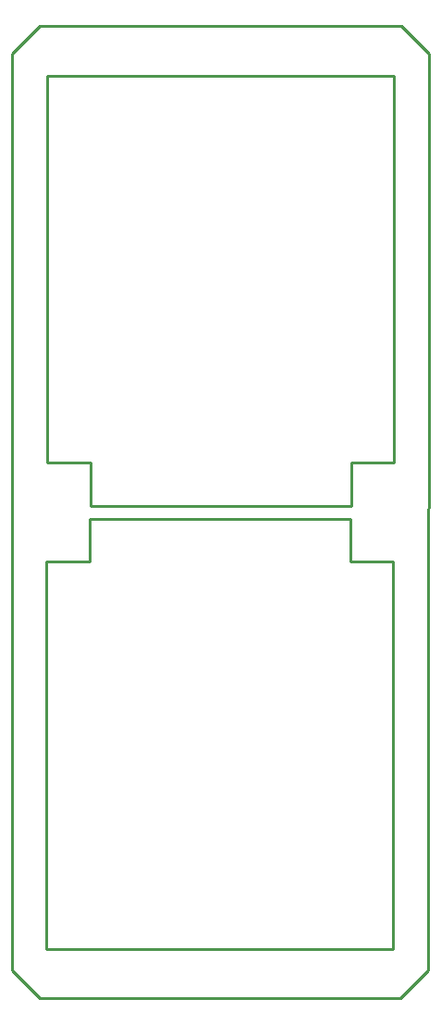
<source format=gko>
G04 Layer: BoardOutlineLayer*
G04 EasyEDA v6.5.42, 2024-03-09 16:24:40*
G04 4d3b2c3e0e8843fab2e2c3e3eea95f81,5a6b42c53f6a479593ecc07194224c93,10*
G04 Gerber Generator version 0.2*
G04 Scale: 100 percent, Rotated: No, Reflected: No *
G04 Dimensions in millimeters *
G04 leading zeros omitted , absolute positions ,4 integer and 5 decimal *
%FSLAX45Y45*%
%MOMM*%

%ADD10C,0.2540*%
D10*
X393700Y11836400D02*
G01*
X3708400Y11836400D01*
X3962400Y11582400D01*
X3949700Y3187700D01*
X3695700Y2933700D01*
X393700Y2933700D01*
X139700Y3187700D01*
X139700Y11582400D01*
X393700Y11836400D01*
X464896Y11379200D02*
G01*
X464896Y7835900D01*
X464896Y7835900D02*
G01*
X858596Y7835900D01*
X858596Y7835900D02*
G01*
X858596Y7442200D01*
X858596Y7442200D02*
G01*
X3246196Y7442200D01*
X3246196Y7442200D02*
G01*
X3246196Y7835900D01*
X3246196Y7835900D02*
G01*
X3639896Y7835900D01*
X3639896Y7835900D02*
G01*
X3639896Y11379200D01*
X3639896Y11379200D02*
G01*
X464896Y11379200D01*
X3632885Y3385769D02*
G01*
X3632885Y6929069D01*
X3632885Y6929069D02*
G01*
X3239185Y6929069D01*
X3239185Y6929069D02*
G01*
X3239185Y7322769D01*
X3239185Y7322769D02*
G01*
X851585Y7322769D01*
X851585Y7322769D02*
G01*
X851585Y6929069D01*
X851585Y6929069D02*
G01*
X457885Y6929069D01*
X457885Y6929069D02*
G01*
X457885Y3385769D01*
X457885Y3385769D02*
G01*
X3632885Y3385769D01*

%LPD*%
M02*

</source>
